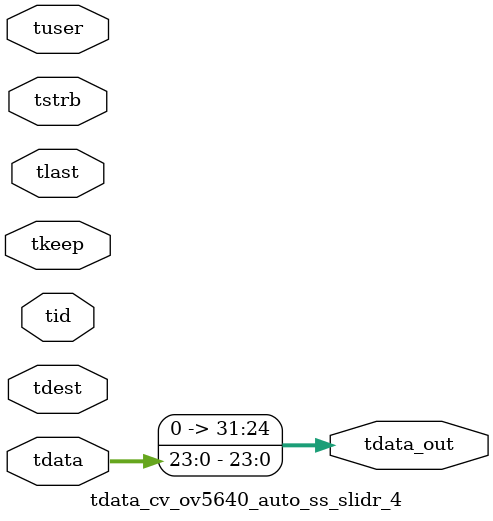
<source format=v>


`timescale 1ps/1ps

module tdata_cv_ov5640_auto_ss_slidr_4 #
(
parameter C_S_AXIS_TDATA_WIDTH = 32,
parameter C_S_AXIS_TUSER_WIDTH = 0,
parameter C_S_AXIS_TID_WIDTH   = 0,
parameter C_S_AXIS_TDEST_WIDTH = 0,
parameter C_M_AXIS_TDATA_WIDTH = 32
)
(
input  [(C_S_AXIS_TDATA_WIDTH == 0 ? 1 : C_S_AXIS_TDATA_WIDTH)-1:0     ] tdata,
input  [(C_S_AXIS_TUSER_WIDTH == 0 ? 1 : C_S_AXIS_TUSER_WIDTH)-1:0     ] tuser,
input  [(C_S_AXIS_TID_WIDTH   == 0 ? 1 : C_S_AXIS_TID_WIDTH)-1:0       ] tid,
input  [(C_S_AXIS_TDEST_WIDTH == 0 ? 1 : C_S_AXIS_TDEST_WIDTH)-1:0     ] tdest,
input  [(C_S_AXIS_TDATA_WIDTH/8)-1:0 ] tkeep,
input  [(C_S_AXIS_TDATA_WIDTH/8)-1:0 ] tstrb,
input                                                                    tlast,
output [C_M_AXIS_TDATA_WIDTH-1:0] tdata_out
);

assign tdata_out = {tdata[23:0]};

endmodule


</source>
